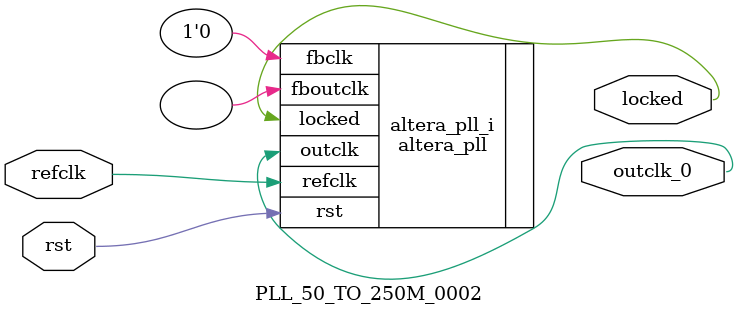
<source format=v>
`timescale 1ns/10ps
module  PLL_50_TO_250M_0002(

	// interface 'refclk'
	input wire refclk,

	// interface 'reset'
	input wire rst,

	// interface 'outclk0'
	output wire outclk_0,

	// interface 'locked'
	output wire locked
);

	altera_pll #(
		.fractional_vco_multiplier("false"),
		.reference_clock_frequency("50.0 MHz"),
		.operation_mode("direct"),
		.number_of_clocks(1),
		.output_clock_frequency0("250.000000 MHz"),
		.phase_shift0("0 ps"),
		.duty_cycle0(50),
		.output_clock_frequency1("0 MHz"),
		.phase_shift1("0 ps"),
		.duty_cycle1(50),
		.output_clock_frequency2("0 MHz"),
		.phase_shift2("0 ps"),
		.duty_cycle2(50),
		.output_clock_frequency3("0 MHz"),
		.phase_shift3("0 ps"),
		.duty_cycle3(50),
		.output_clock_frequency4("0 MHz"),
		.phase_shift4("0 ps"),
		.duty_cycle4(50),
		.output_clock_frequency5("0 MHz"),
		.phase_shift5("0 ps"),
		.duty_cycle5(50),
		.output_clock_frequency6("0 MHz"),
		.phase_shift6("0 ps"),
		.duty_cycle6(50),
		.output_clock_frequency7("0 MHz"),
		.phase_shift7("0 ps"),
		.duty_cycle7(50),
		.output_clock_frequency8("0 MHz"),
		.phase_shift8("0 ps"),
		.duty_cycle8(50),
		.output_clock_frequency9("0 MHz"),
		.phase_shift9("0 ps"),
		.duty_cycle9(50),
		.output_clock_frequency10("0 MHz"),
		.phase_shift10("0 ps"),
		.duty_cycle10(50),
		.output_clock_frequency11("0 MHz"),
		.phase_shift11("0 ps"),
		.duty_cycle11(50),
		.output_clock_frequency12("0 MHz"),
		.phase_shift12("0 ps"),
		.duty_cycle12(50),
		.output_clock_frequency13("0 MHz"),
		.phase_shift13("0 ps"),
		.duty_cycle13(50),
		.output_clock_frequency14("0 MHz"),
		.phase_shift14("0 ps"),
		.duty_cycle14(50),
		.output_clock_frequency15("0 MHz"),
		.phase_shift15("0 ps"),
		.duty_cycle15(50),
		.output_clock_frequency16("0 MHz"),
		.phase_shift16("0 ps"),
		.duty_cycle16(50),
		.output_clock_frequency17("0 MHz"),
		.phase_shift17("0 ps"),
		.duty_cycle17(50),
		.pll_type("General"),
		.pll_subtype("General")
	) altera_pll_i (
		.rst	(rst),
		.outclk	({outclk_0}),
		.locked	(locked),
		.fboutclk	( ),
		.fbclk	(1'b0),
		.refclk	(refclk)
	);
endmodule


</source>
